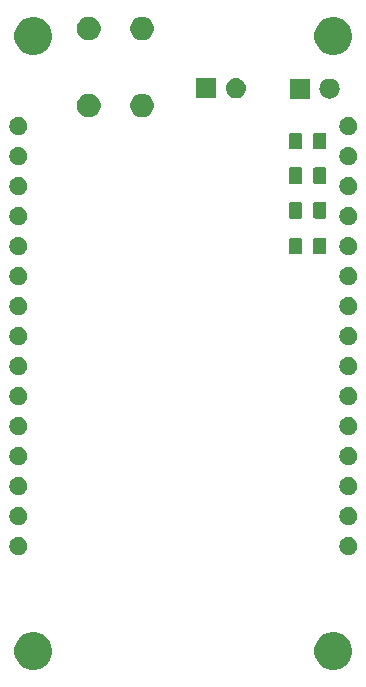
<source format=gbr>
G04 #@! TF.GenerationSoftware,KiCad,Pcbnew,(5.0.2)-1*
G04 #@! TF.CreationDate,2019-06-21T16:27:59+05:30*
G04 #@! TF.ProjectId,CapacityOfBattery,43617061-6369-4747-994f-664261747465,rev?*
G04 #@! TF.SameCoordinates,Original*
G04 #@! TF.FileFunction,Soldermask,Bot*
G04 #@! TF.FilePolarity,Negative*
%FSLAX46Y46*%
G04 Gerber Fmt 4.6, Leading zero omitted, Abs format (unit mm)*
G04 Created by KiCad (PCBNEW (5.0.2)-1) date 06/21/19 16:27:59*
%MOMM*%
%LPD*%
G01*
G04 APERTURE LIST*
%ADD10C,0.100000*%
G04 APERTURE END LIST*
D10*
G36*
X42006703Y-65771486D02*
X42297883Y-65892097D01*
X42559944Y-66067201D01*
X42782799Y-66290056D01*
X42957903Y-66552117D01*
X43078514Y-66843297D01*
X43140000Y-67152412D01*
X43140000Y-67467588D01*
X43078514Y-67776703D01*
X42957903Y-68067883D01*
X42782799Y-68329944D01*
X42559944Y-68552799D01*
X42297883Y-68727903D01*
X42006703Y-68848514D01*
X41697588Y-68910000D01*
X41382412Y-68910000D01*
X41073297Y-68848514D01*
X40782117Y-68727903D01*
X40520056Y-68552799D01*
X40297201Y-68329944D01*
X40122097Y-68067883D01*
X40001486Y-67776703D01*
X39940000Y-67467588D01*
X39940000Y-67152412D01*
X40001486Y-66843297D01*
X40122097Y-66552117D01*
X40297201Y-66290056D01*
X40520056Y-66067201D01*
X40782117Y-65892097D01*
X41073297Y-65771486D01*
X41382412Y-65710000D01*
X41697588Y-65710000D01*
X42006703Y-65771486D01*
X42006703Y-65771486D01*
G37*
G36*
X16606703Y-65771486D02*
X16897883Y-65892097D01*
X17159944Y-66067201D01*
X17382799Y-66290056D01*
X17557903Y-66552117D01*
X17678514Y-66843297D01*
X17740000Y-67152412D01*
X17740000Y-67467588D01*
X17678514Y-67776703D01*
X17557903Y-68067883D01*
X17382799Y-68329944D01*
X17159944Y-68552799D01*
X16897883Y-68727903D01*
X16606703Y-68848514D01*
X16297588Y-68910000D01*
X15982412Y-68910000D01*
X15673297Y-68848514D01*
X15382117Y-68727903D01*
X15120056Y-68552799D01*
X14897201Y-68329944D01*
X14722097Y-68067883D01*
X14601486Y-67776703D01*
X14540000Y-67467588D01*
X14540000Y-67152412D01*
X14601486Y-66843297D01*
X14722097Y-66552117D01*
X14897201Y-66290056D01*
X15120056Y-66067201D01*
X15382117Y-65892097D01*
X15673297Y-65771486D01*
X15982412Y-65710000D01*
X16297588Y-65710000D01*
X16606703Y-65771486D01*
X16606703Y-65771486D01*
G37*
G36*
X15043195Y-57677522D02*
X15092267Y-57687283D01*
X15230942Y-57744724D01*
X15355750Y-57828118D01*
X15461882Y-57934250D01*
X15545276Y-58059058D01*
X15602717Y-58197734D01*
X15632000Y-58344948D01*
X15632000Y-58495052D01*
X15602717Y-58642266D01*
X15545276Y-58780942D01*
X15461882Y-58905750D01*
X15355750Y-59011882D01*
X15355747Y-59011884D01*
X15230942Y-59095276D01*
X15092267Y-59152717D01*
X15043195Y-59162478D01*
X14945052Y-59182000D01*
X14794948Y-59182000D01*
X14696805Y-59162478D01*
X14647733Y-59152717D01*
X14509058Y-59095276D01*
X14384253Y-59011884D01*
X14384250Y-59011882D01*
X14278118Y-58905750D01*
X14194724Y-58780942D01*
X14137283Y-58642266D01*
X14108000Y-58495052D01*
X14108000Y-58344948D01*
X14137283Y-58197734D01*
X14194724Y-58059058D01*
X14278118Y-57934250D01*
X14384250Y-57828118D01*
X14509058Y-57744724D01*
X14647733Y-57687283D01*
X14696805Y-57677522D01*
X14794948Y-57658000D01*
X14945052Y-57658000D01*
X15043195Y-57677522D01*
X15043195Y-57677522D01*
G37*
G36*
X42983195Y-57677522D02*
X43032267Y-57687283D01*
X43170942Y-57744724D01*
X43295750Y-57828118D01*
X43401882Y-57934250D01*
X43485276Y-58059058D01*
X43542717Y-58197734D01*
X43572000Y-58344948D01*
X43572000Y-58495052D01*
X43542717Y-58642266D01*
X43485276Y-58780942D01*
X43401882Y-58905750D01*
X43295750Y-59011882D01*
X43295747Y-59011884D01*
X43170942Y-59095276D01*
X43032267Y-59152717D01*
X42983195Y-59162478D01*
X42885052Y-59182000D01*
X42734948Y-59182000D01*
X42636805Y-59162478D01*
X42587733Y-59152717D01*
X42449058Y-59095276D01*
X42324253Y-59011884D01*
X42324250Y-59011882D01*
X42218118Y-58905750D01*
X42134724Y-58780942D01*
X42077283Y-58642266D01*
X42048000Y-58495052D01*
X42048000Y-58344948D01*
X42077283Y-58197734D01*
X42134724Y-58059058D01*
X42218118Y-57934250D01*
X42324250Y-57828118D01*
X42449058Y-57744724D01*
X42587733Y-57687283D01*
X42636805Y-57677522D01*
X42734948Y-57658000D01*
X42885052Y-57658000D01*
X42983195Y-57677522D01*
X42983195Y-57677522D01*
G37*
G36*
X15043195Y-55137522D02*
X15092267Y-55147283D01*
X15230942Y-55204724D01*
X15355750Y-55288118D01*
X15461882Y-55394250D01*
X15545276Y-55519058D01*
X15602717Y-55657734D01*
X15632000Y-55804948D01*
X15632000Y-55955052D01*
X15602717Y-56102266D01*
X15545276Y-56240942D01*
X15461882Y-56365750D01*
X15355750Y-56471882D01*
X15355747Y-56471884D01*
X15230942Y-56555276D01*
X15092267Y-56612717D01*
X15043195Y-56622478D01*
X14945052Y-56642000D01*
X14794948Y-56642000D01*
X14696805Y-56622478D01*
X14647733Y-56612717D01*
X14509058Y-56555276D01*
X14384253Y-56471884D01*
X14384250Y-56471882D01*
X14278118Y-56365750D01*
X14194724Y-56240942D01*
X14137283Y-56102266D01*
X14108000Y-55955052D01*
X14108000Y-55804948D01*
X14137283Y-55657734D01*
X14194724Y-55519058D01*
X14278118Y-55394250D01*
X14384250Y-55288118D01*
X14509058Y-55204724D01*
X14647733Y-55147283D01*
X14696805Y-55137522D01*
X14794948Y-55118000D01*
X14945052Y-55118000D01*
X15043195Y-55137522D01*
X15043195Y-55137522D01*
G37*
G36*
X42983195Y-55137522D02*
X43032267Y-55147283D01*
X43170942Y-55204724D01*
X43295750Y-55288118D01*
X43401882Y-55394250D01*
X43485276Y-55519058D01*
X43542717Y-55657734D01*
X43572000Y-55804948D01*
X43572000Y-55955052D01*
X43542717Y-56102266D01*
X43485276Y-56240942D01*
X43401882Y-56365750D01*
X43295750Y-56471882D01*
X43295747Y-56471884D01*
X43170942Y-56555276D01*
X43032267Y-56612717D01*
X42983195Y-56622478D01*
X42885052Y-56642000D01*
X42734948Y-56642000D01*
X42636805Y-56622478D01*
X42587733Y-56612717D01*
X42449058Y-56555276D01*
X42324253Y-56471884D01*
X42324250Y-56471882D01*
X42218118Y-56365750D01*
X42134724Y-56240942D01*
X42077283Y-56102266D01*
X42048000Y-55955052D01*
X42048000Y-55804948D01*
X42077283Y-55657734D01*
X42134724Y-55519058D01*
X42218118Y-55394250D01*
X42324250Y-55288118D01*
X42449058Y-55204724D01*
X42587733Y-55147283D01*
X42636805Y-55137522D01*
X42734948Y-55118000D01*
X42885052Y-55118000D01*
X42983195Y-55137522D01*
X42983195Y-55137522D01*
G37*
G36*
X42983195Y-52597522D02*
X43032267Y-52607283D01*
X43170942Y-52664724D01*
X43295750Y-52748118D01*
X43401882Y-52854250D01*
X43485276Y-52979058D01*
X43542717Y-53117734D01*
X43572000Y-53264948D01*
X43572000Y-53415052D01*
X43542717Y-53562266D01*
X43485276Y-53700942D01*
X43401882Y-53825750D01*
X43295750Y-53931882D01*
X43295747Y-53931884D01*
X43170942Y-54015276D01*
X43032267Y-54072717D01*
X42983195Y-54082478D01*
X42885052Y-54102000D01*
X42734948Y-54102000D01*
X42636805Y-54082478D01*
X42587733Y-54072717D01*
X42449058Y-54015276D01*
X42324253Y-53931884D01*
X42324250Y-53931882D01*
X42218118Y-53825750D01*
X42134724Y-53700942D01*
X42077283Y-53562266D01*
X42048000Y-53415052D01*
X42048000Y-53264948D01*
X42077283Y-53117734D01*
X42134724Y-52979058D01*
X42218118Y-52854250D01*
X42324250Y-52748118D01*
X42449058Y-52664724D01*
X42587733Y-52607283D01*
X42636805Y-52597522D01*
X42734948Y-52578000D01*
X42885052Y-52578000D01*
X42983195Y-52597522D01*
X42983195Y-52597522D01*
G37*
G36*
X15043195Y-52597522D02*
X15092267Y-52607283D01*
X15230942Y-52664724D01*
X15355750Y-52748118D01*
X15461882Y-52854250D01*
X15545276Y-52979058D01*
X15602717Y-53117734D01*
X15632000Y-53264948D01*
X15632000Y-53415052D01*
X15602717Y-53562266D01*
X15545276Y-53700942D01*
X15461882Y-53825750D01*
X15355750Y-53931882D01*
X15355747Y-53931884D01*
X15230942Y-54015276D01*
X15092267Y-54072717D01*
X15043195Y-54082478D01*
X14945052Y-54102000D01*
X14794948Y-54102000D01*
X14696805Y-54082478D01*
X14647733Y-54072717D01*
X14509058Y-54015276D01*
X14384253Y-53931884D01*
X14384250Y-53931882D01*
X14278118Y-53825750D01*
X14194724Y-53700942D01*
X14137283Y-53562266D01*
X14108000Y-53415052D01*
X14108000Y-53264948D01*
X14137283Y-53117734D01*
X14194724Y-52979058D01*
X14278118Y-52854250D01*
X14384250Y-52748118D01*
X14509058Y-52664724D01*
X14647733Y-52607283D01*
X14696805Y-52597522D01*
X14794948Y-52578000D01*
X14945052Y-52578000D01*
X15043195Y-52597522D01*
X15043195Y-52597522D01*
G37*
G36*
X42983195Y-50057522D02*
X43032267Y-50067283D01*
X43170942Y-50124724D01*
X43295750Y-50208118D01*
X43401882Y-50314250D01*
X43485276Y-50439058D01*
X43542717Y-50577734D01*
X43572000Y-50724948D01*
X43572000Y-50875052D01*
X43542717Y-51022266D01*
X43485276Y-51160942D01*
X43401882Y-51285750D01*
X43295750Y-51391882D01*
X43295747Y-51391884D01*
X43170942Y-51475276D01*
X43032267Y-51532717D01*
X42983195Y-51542478D01*
X42885052Y-51562000D01*
X42734948Y-51562000D01*
X42636805Y-51542478D01*
X42587733Y-51532717D01*
X42449058Y-51475276D01*
X42324253Y-51391884D01*
X42324250Y-51391882D01*
X42218118Y-51285750D01*
X42134724Y-51160942D01*
X42077283Y-51022266D01*
X42048000Y-50875052D01*
X42048000Y-50724948D01*
X42077283Y-50577734D01*
X42134724Y-50439058D01*
X42218118Y-50314250D01*
X42324250Y-50208118D01*
X42449058Y-50124724D01*
X42587733Y-50067283D01*
X42636805Y-50057522D01*
X42734948Y-50038000D01*
X42885052Y-50038000D01*
X42983195Y-50057522D01*
X42983195Y-50057522D01*
G37*
G36*
X15043195Y-50057522D02*
X15092267Y-50067283D01*
X15230942Y-50124724D01*
X15355750Y-50208118D01*
X15461882Y-50314250D01*
X15545276Y-50439058D01*
X15602717Y-50577734D01*
X15632000Y-50724948D01*
X15632000Y-50875052D01*
X15602717Y-51022266D01*
X15545276Y-51160942D01*
X15461882Y-51285750D01*
X15355750Y-51391882D01*
X15355747Y-51391884D01*
X15230942Y-51475276D01*
X15092267Y-51532717D01*
X15043195Y-51542478D01*
X14945052Y-51562000D01*
X14794948Y-51562000D01*
X14696805Y-51542478D01*
X14647733Y-51532717D01*
X14509058Y-51475276D01*
X14384253Y-51391884D01*
X14384250Y-51391882D01*
X14278118Y-51285750D01*
X14194724Y-51160942D01*
X14137283Y-51022266D01*
X14108000Y-50875052D01*
X14108000Y-50724948D01*
X14137283Y-50577734D01*
X14194724Y-50439058D01*
X14278118Y-50314250D01*
X14384250Y-50208118D01*
X14509058Y-50124724D01*
X14647733Y-50067283D01*
X14696805Y-50057522D01*
X14794948Y-50038000D01*
X14945052Y-50038000D01*
X15043195Y-50057522D01*
X15043195Y-50057522D01*
G37*
G36*
X42983195Y-47517522D02*
X43032267Y-47527283D01*
X43170942Y-47584724D01*
X43295750Y-47668118D01*
X43401882Y-47774250D01*
X43485276Y-47899058D01*
X43542717Y-48037734D01*
X43572000Y-48184948D01*
X43572000Y-48335052D01*
X43542717Y-48482266D01*
X43485276Y-48620942D01*
X43401882Y-48745750D01*
X43295750Y-48851882D01*
X43295747Y-48851884D01*
X43170942Y-48935276D01*
X43032267Y-48992717D01*
X42983195Y-49002478D01*
X42885052Y-49022000D01*
X42734948Y-49022000D01*
X42636805Y-49002478D01*
X42587733Y-48992717D01*
X42449058Y-48935276D01*
X42324253Y-48851884D01*
X42324250Y-48851882D01*
X42218118Y-48745750D01*
X42134724Y-48620942D01*
X42077283Y-48482266D01*
X42048000Y-48335052D01*
X42048000Y-48184948D01*
X42077283Y-48037734D01*
X42134724Y-47899058D01*
X42218118Y-47774250D01*
X42324250Y-47668118D01*
X42449058Y-47584724D01*
X42587733Y-47527283D01*
X42636805Y-47517522D01*
X42734948Y-47498000D01*
X42885052Y-47498000D01*
X42983195Y-47517522D01*
X42983195Y-47517522D01*
G37*
G36*
X15043195Y-47517522D02*
X15092267Y-47527283D01*
X15230942Y-47584724D01*
X15355750Y-47668118D01*
X15461882Y-47774250D01*
X15545276Y-47899058D01*
X15602717Y-48037734D01*
X15632000Y-48184948D01*
X15632000Y-48335052D01*
X15602717Y-48482266D01*
X15545276Y-48620942D01*
X15461882Y-48745750D01*
X15355750Y-48851882D01*
X15355747Y-48851884D01*
X15230942Y-48935276D01*
X15092267Y-48992717D01*
X15043195Y-49002478D01*
X14945052Y-49022000D01*
X14794948Y-49022000D01*
X14696805Y-49002478D01*
X14647733Y-48992717D01*
X14509058Y-48935276D01*
X14384253Y-48851884D01*
X14384250Y-48851882D01*
X14278118Y-48745750D01*
X14194724Y-48620942D01*
X14137283Y-48482266D01*
X14108000Y-48335052D01*
X14108000Y-48184948D01*
X14137283Y-48037734D01*
X14194724Y-47899058D01*
X14278118Y-47774250D01*
X14384250Y-47668118D01*
X14509058Y-47584724D01*
X14647733Y-47527283D01*
X14696805Y-47517522D01*
X14794948Y-47498000D01*
X14945052Y-47498000D01*
X15043195Y-47517522D01*
X15043195Y-47517522D01*
G37*
G36*
X42983195Y-44977522D02*
X43032267Y-44987283D01*
X43170942Y-45044724D01*
X43295750Y-45128118D01*
X43401882Y-45234250D01*
X43485276Y-45359058D01*
X43542717Y-45497734D01*
X43572000Y-45644948D01*
X43572000Y-45795052D01*
X43542717Y-45942266D01*
X43485276Y-46080942D01*
X43401882Y-46205750D01*
X43295750Y-46311882D01*
X43295747Y-46311884D01*
X43170942Y-46395276D01*
X43032267Y-46452717D01*
X42983195Y-46462478D01*
X42885052Y-46482000D01*
X42734948Y-46482000D01*
X42636805Y-46462478D01*
X42587733Y-46452717D01*
X42449058Y-46395276D01*
X42324253Y-46311884D01*
X42324250Y-46311882D01*
X42218118Y-46205750D01*
X42134724Y-46080942D01*
X42077283Y-45942266D01*
X42048000Y-45795052D01*
X42048000Y-45644948D01*
X42077283Y-45497734D01*
X42134724Y-45359058D01*
X42218118Y-45234250D01*
X42324250Y-45128118D01*
X42449058Y-45044724D01*
X42587733Y-44987283D01*
X42636805Y-44977522D01*
X42734948Y-44958000D01*
X42885052Y-44958000D01*
X42983195Y-44977522D01*
X42983195Y-44977522D01*
G37*
G36*
X15043195Y-44977522D02*
X15092267Y-44987283D01*
X15230942Y-45044724D01*
X15355750Y-45128118D01*
X15461882Y-45234250D01*
X15545276Y-45359058D01*
X15602717Y-45497734D01*
X15632000Y-45644948D01*
X15632000Y-45795052D01*
X15602717Y-45942266D01*
X15545276Y-46080942D01*
X15461882Y-46205750D01*
X15355750Y-46311882D01*
X15355747Y-46311884D01*
X15230942Y-46395276D01*
X15092267Y-46452717D01*
X15043195Y-46462478D01*
X14945052Y-46482000D01*
X14794948Y-46482000D01*
X14696805Y-46462478D01*
X14647733Y-46452717D01*
X14509058Y-46395276D01*
X14384253Y-46311884D01*
X14384250Y-46311882D01*
X14278118Y-46205750D01*
X14194724Y-46080942D01*
X14137283Y-45942266D01*
X14108000Y-45795052D01*
X14108000Y-45644948D01*
X14137283Y-45497734D01*
X14194724Y-45359058D01*
X14278118Y-45234250D01*
X14384250Y-45128118D01*
X14509058Y-45044724D01*
X14647733Y-44987283D01*
X14696805Y-44977522D01*
X14794948Y-44958000D01*
X14945052Y-44958000D01*
X15043195Y-44977522D01*
X15043195Y-44977522D01*
G37*
G36*
X15043195Y-42437522D02*
X15092267Y-42447283D01*
X15230942Y-42504724D01*
X15355750Y-42588118D01*
X15461882Y-42694250D01*
X15545276Y-42819058D01*
X15602717Y-42957734D01*
X15632000Y-43104948D01*
X15632000Y-43255052D01*
X15602717Y-43402266D01*
X15545276Y-43540942D01*
X15461882Y-43665750D01*
X15355750Y-43771882D01*
X15355747Y-43771884D01*
X15230942Y-43855276D01*
X15092267Y-43912717D01*
X15043195Y-43922478D01*
X14945052Y-43942000D01*
X14794948Y-43942000D01*
X14696805Y-43922478D01*
X14647733Y-43912717D01*
X14509058Y-43855276D01*
X14384253Y-43771884D01*
X14384250Y-43771882D01*
X14278118Y-43665750D01*
X14194724Y-43540942D01*
X14137283Y-43402266D01*
X14108000Y-43255052D01*
X14108000Y-43104948D01*
X14137283Y-42957734D01*
X14194724Y-42819058D01*
X14278118Y-42694250D01*
X14384250Y-42588118D01*
X14509058Y-42504724D01*
X14647733Y-42447283D01*
X14696805Y-42437522D01*
X14794948Y-42418000D01*
X14945052Y-42418000D01*
X15043195Y-42437522D01*
X15043195Y-42437522D01*
G37*
G36*
X42983195Y-42437522D02*
X43032267Y-42447283D01*
X43170942Y-42504724D01*
X43295750Y-42588118D01*
X43401882Y-42694250D01*
X43485276Y-42819058D01*
X43542717Y-42957734D01*
X43572000Y-43104948D01*
X43572000Y-43255052D01*
X43542717Y-43402266D01*
X43485276Y-43540942D01*
X43401882Y-43665750D01*
X43295750Y-43771882D01*
X43295747Y-43771884D01*
X43170942Y-43855276D01*
X43032267Y-43912717D01*
X42983195Y-43922478D01*
X42885052Y-43942000D01*
X42734948Y-43942000D01*
X42636805Y-43922478D01*
X42587733Y-43912717D01*
X42449058Y-43855276D01*
X42324253Y-43771884D01*
X42324250Y-43771882D01*
X42218118Y-43665750D01*
X42134724Y-43540942D01*
X42077283Y-43402266D01*
X42048000Y-43255052D01*
X42048000Y-43104948D01*
X42077283Y-42957734D01*
X42134724Y-42819058D01*
X42218118Y-42694250D01*
X42324250Y-42588118D01*
X42449058Y-42504724D01*
X42587733Y-42447283D01*
X42636805Y-42437522D01*
X42734948Y-42418000D01*
X42885052Y-42418000D01*
X42983195Y-42437522D01*
X42983195Y-42437522D01*
G37*
G36*
X15043195Y-39897522D02*
X15092267Y-39907283D01*
X15230942Y-39964724D01*
X15355750Y-40048118D01*
X15461882Y-40154250D01*
X15545276Y-40279058D01*
X15602717Y-40417734D01*
X15632000Y-40564948D01*
X15632000Y-40715052D01*
X15602717Y-40862266D01*
X15545276Y-41000942D01*
X15461882Y-41125750D01*
X15355750Y-41231882D01*
X15355747Y-41231884D01*
X15230942Y-41315276D01*
X15092267Y-41372717D01*
X15043195Y-41382478D01*
X14945052Y-41402000D01*
X14794948Y-41402000D01*
X14696805Y-41382478D01*
X14647733Y-41372717D01*
X14509058Y-41315276D01*
X14384253Y-41231884D01*
X14384250Y-41231882D01*
X14278118Y-41125750D01*
X14194724Y-41000942D01*
X14137283Y-40862266D01*
X14108000Y-40715052D01*
X14108000Y-40564948D01*
X14137283Y-40417734D01*
X14194724Y-40279058D01*
X14278118Y-40154250D01*
X14384250Y-40048118D01*
X14509058Y-39964724D01*
X14647733Y-39907283D01*
X14696805Y-39897522D01*
X14794948Y-39878000D01*
X14945052Y-39878000D01*
X15043195Y-39897522D01*
X15043195Y-39897522D01*
G37*
G36*
X42983195Y-39897522D02*
X43032267Y-39907283D01*
X43170942Y-39964724D01*
X43295750Y-40048118D01*
X43401882Y-40154250D01*
X43485276Y-40279058D01*
X43542717Y-40417734D01*
X43572000Y-40564948D01*
X43572000Y-40715052D01*
X43542717Y-40862266D01*
X43485276Y-41000942D01*
X43401882Y-41125750D01*
X43295750Y-41231882D01*
X43295747Y-41231884D01*
X43170942Y-41315276D01*
X43032267Y-41372717D01*
X42983195Y-41382478D01*
X42885052Y-41402000D01*
X42734948Y-41402000D01*
X42636805Y-41382478D01*
X42587733Y-41372717D01*
X42449058Y-41315276D01*
X42324253Y-41231884D01*
X42324250Y-41231882D01*
X42218118Y-41125750D01*
X42134724Y-41000942D01*
X42077283Y-40862266D01*
X42048000Y-40715052D01*
X42048000Y-40564948D01*
X42077283Y-40417734D01*
X42134724Y-40279058D01*
X42218118Y-40154250D01*
X42324250Y-40048118D01*
X42449058Y-39964724D01*
X42587733Y-39907283D01*
X42636805Y-39897522D01*
X42734948Y-39878000D01*
X42885052Y-39878000D01*
X42983195Y-39897522D01*
X42983195Y-39897522D01*
G37*
G36*
X42983195Y-37357522D02*
X43032267Y-37367283D01*
X43170942Y-37424724D01*
X43295750Y-37508118D01*
X43401882Y-37614250D01*
X43485276Y-37739058D01*
X43542717Y-37877734D01*
X43572000Y-38024948D01*
X43572000Y-38175052D01*
X43542717Y-38322266D01*
X43485276Y-38460942D01*
X43401882Y-38585750D01*
X43295750Y-38691882D01*
X43295747Y-38691884D01*
X43170942Y-38775276D01*
X43032267Y-38832717D01*
X42983195Y-38842478D01*
X42885052Y-38862000D01*
X42734948Y-38862000D01*
X42636805Y-38842478D01*
X42587733Y-38832717D01*
X42449058Y-38775276D01*
X42324253Y-38691884D01*
X42324250Y-38691882D01*
X42218118Y-38585750D01*
X42134724Y-38460942D01*
X42077283Y-38322266D01*
X42048000Y-38175052D01*
X42048000Y-38024948D01*
X42077283Y-37877734D01*
X42134724Y-37739058D01*
X42218118Y-37614250D01*
X42324250Y-37508118D01*
X42449058Y-37424724D01*
X42587733Y-37367283D01*
X42636805Y-37357522D01*
X42734948Y-37338000D01*
X42885052Y-37338000D01*
X42983195Y-37357522D01*
X42983195Y-37357522D01*
G37*
G36*
X15043195Y-37357522D02*
X15092267Y-37367283D01*
X15230942Y-37424724D01*
X15355750Y-37508118D01*
X15461882Y-37614250D01*
X15545276Y-37739058D01*
X15602717Y-37877734D01*
X15632000Y-38024948D01*
X15632000Y-38175052D01*
X15602717Y-38322266D01*
X15545276Y-38460942D01*
X15461882Y-38585750D01*
X15355750Y-38691882D01*
X15355747Y-38691884D01*
X15230942Y-38775276D01*
X15092267Y-38832717D01*
X15043195Y-38842478D01*
X14945052Y-38862000D01*
X14794948Y-38862000D01*
X14696805Y-38842478D01*
X14647733Y-38832717D01*
X14509058Y-38775276D01*
X14384253Y-38691884D01*
X14384250Y-38691882D01*
X14278118Y-38585750D01*
X14194724Y-38460942D01*
X14137283Y-38322266D01*
X14108000Y-38175052D01*
X14108000Y-38024948D01*
X14137283Y-37877734D01*
X14194724Y-37739058D01*
X14278118Y-37614250D01*
X14384250Y-37508118D01*
X14509058Y-37424724D01*
X14647733Y-37367283D01*
X14696805Y-37357522D01*
X14794948Y-37338000D01*
X14945052Y-37338000D01*
X15043195Y-37357522D01*
X15043195Y-37357522D01*
G37*
G36*
X15043195Y-34817522D02*
X15092267Y-34827283D01*
X15230942Y-34884724D01*
X15355750Y-34968118D01*
X15461882Y-35074250D01*
X15545276Y-35199058D01*
X15602717Y-35337734D01*
X15632000Y-35484948D01*
X15632000Y-35635052D01*
X15602717Y-35782266D01*
X15545276Y-35920942D01*
X15461882Y-36045750D01*
X15355750Y-36151882D01*
X15355747Y-36151884D01*
X15230942Y-36235276D01*
X15092267Y-36292717D01*
X15043195Y-36302478D01*
X14945052Y-36322000D01*
X14794948Y-36322000D01*
X14696805Y-36302478D01*
X14647733Y-36292717D01*
X14509058Y-36235276D01*
X14384253Y-36151884D01*
X14384250Y-36151882D01*
X14278118Y-36045750D01*
X14194724Y-35920942D01*
X14137283Y-35782266D01*
X14108000Y-35635052D01*
X14108000Y-35484948D01*
X14137283Y-35337734D01*
X14194724Y-35199058D01*
X14278118Y-35074250D01*
X14384250Y-34968118D01*
X14509058Y-34884724D01*
X14647733Y-34827283D01*
X14696805Y-34817522D01*
X14794948Y-34798000D01*
X14945052Y-34798000D01*
X15043195Y-34817522D01*
X15043195Y-34817522D01*
G37*
G36*
X42983195Y-34817522D02*
X43032267Y-34827283D01*
X43170942Y-34884724D01*
X43295750Y-34968118D01*
X43401882Y-35074250D01*
X43485276Y-35199058D01*
X43542717Y-35337734D01*
X43572000Y-35484948D01*
X43572000Y-35635052D01*
X43542717Y-35782266D01*
X43485276Y-35920942D01*
X43401882Y-36045750D01*
X43295750Y-36151882D01*
X43295747Y-36151884D01*
X43170942Y-36235276D01*
X43032267Y-36292717D01*
X42983195Y-36302478D01*
X42885052Y-36322000D01*
X42734948Y-36322000D01*
X42636805Y-36302478D01*
X42587733Y-36292717D01*
X42449058Y-36235276D01*
X42324253Y-36151884D01*
X42324250Y-36151882D01*
X42218118Y-36045750D01*
X42134724Y-35920942D01*
X42077283Y-35782266D01*
X42048000Y-35635052D01*
X42048000Y-35484948D01*
X42077283Y-35337734D01*
X42134724Y-35199058D01*
X42218118Y-35074250D01*
X42324250Y-34968118D01*
X42449058Y-34884724D01*
X42587733Y-34827283D01*
X42636805Y-34817522D01*
X42734948Y-34798000D01*
X42885052Y-34798000D01*
X42983195Y-34817522D01*
X42983195Y-34817522D01*
G37*
G36*
X15043195Y-32277522D02*
X15092267Y-32287283D01*
X15205561Y-32334211D01*
X15230942Y-32344724D01*
X15355750Y-32428118D01*
X15461882Y-32534250D01*
X15545276Y-32659058D01*
X15602717Y-32797734D01*
X15632000Y-32944948D01*
X15632000Y-33095052D01*
X15602717Y-33242266D01*
X15545276Y-33380942D01*
X15461882Y-33505750D01*
X15355750Y-33611882D01*
X15355747Y-33611884D01*
X15230942Y-33695276D01*
X15092267Y-33752717D01*
X15043195Y-33762478D01*
X14945052Y-33782000D01*
X14794948Y-33782000D01*
X14696805Y-33762478D01*
X14647733Y-33752717D01*
X14509058Y-33695276D01*
X14384253Y-33611884D01*
X14384250Y-33611882D01*
X14278118Y-33505750D01*
X14194724Y-33380942D01*
X14137283Y-33242266D01*
X14108000Y-33095052D01*
X14108000Y-32944948D01*
X14137283Y-32797734D01*
X14194724Y-32659058D01*
X14278118Y-32534250D01*
X14384250Y-32428118D01*
X14509058Y-32344724D01*
X14534439Y-32334211D01*
X14647733Y-32287283D01*
X14696805Y-32277522D01*
X14794948Y-32258000D01*
X14945052Y-32258000D01*
X15043195Y-32277522D01*
X15043195Y-32277522D01*
G37*
G36*
X42983195Y-32277522D02*
X43032267Y-32287283D01*
X43145561Y-32334211D01*
X43170942Y-32344724D01*
X43295750Y-32428118D01*
X43401882Y-32534250D01*
X43485276Y-32659058D01*
X43542717Y-32797734D01*
X43572000Y-32944948D01*
X43572000Y-33095052D01*
X43542717Y-33242266D01*
X43485276Y-33380942D01*
X43401882Y-33505750D01*
X43295750Y-33611882D01*
X43295747Y-33611884D01*
X43170942Y-33695276D01*
X43032267Y-33752717D01*
X42983195Y-33762478D01*
X42885052Y-33782000D01*
X42734948Y-33782000D01*
X42636805Y-33762478D01*
X42587733Y-33752717D01*
X42449058Y-33695276D01*
X42324253Y-33611884D01*
X42324250Y-33611882D01*
X42218118Y-33505750D01*
X42134724Y-33380942D01*
X42077283Y-33242266D01*
X42048000Y-33095052D01*
X42048000Y-32944948D01*
X42077283Y-32797734D01*
X42134724Y-32659058D01*
X42218118Y-32534250D01*
X42324250Y-32428118D01*
X42449058Y-32344724D01*
X42474439Y-32334211D01*
X42587733Y-32287283D01*
X42636805Y-32277522D01*
X42734948Y-32258000D01*
X42885052Y-32258000D01*
X42983195Y-32277522D01*
X42983195Y-32277522D01*
G37*
G36*
X40815522Y-32324039D02*
X40849053Y-32334211D01*
X40879960Y-32350731D01*
X40907043Y-32372957D01*
X40929269Y-32400040D01*
X40945789Y-32430947D01*
X40955961Y-32464478D01*
X40960000Y-32505487D01*
X40960000Y-33534513D01*
X40955961Y-33575522D01*
X40945789Y-33609053D01*
X40929269Y-33639960D01*
X40907043Y-33667043D01*
X40879960Y-33689269D01*
X40849053Y-33705789D01*
X40815522Y-33715961D01*
X40774513Y-33720000D01*
X39995487Y-33720000D01*
X39954478Y-33715961D01*
X39920947Y-33705789D01*
X39890040Y-33689269D01*
X39862957Y-33667043D01*
X39840731Y-33639960D01*
X39824211Y-33609053D01*
X39814039Y-33575522D01*
X39810000Y-33534513D01*
X39810000Y-32505487D01*
X39814039Y-32464478D01*
X39824211Y-32430947D01*
X39840731Y-32400040D01*
X39862957Y-32372957D01*
X39890040Y-32350731D01*
X39920947Y-32334211D01*
X39954478Y-32324039D01*
X39995487Y-32320000D01*
X40774513Y-32320000D01*
X40815522Y-32324039D01*
X40815522Y-32324039D01*
G37*
G36*
X38765522Y-32324039D02*
X38799053Y-32334211D01*
X38829960Y-32350731D01*
X38857043Y-32372957D01*
X38879269Y-32400040D01*
X38895789Y-32430947D01*
X38905961Y-32464478D01*
X38910000Y-32505487D01*
X38910000Y-33534513D01*
X38905961Y-33575522D01*
X38895789Y-33609053D01*
X38879269Y-33639960D01*
X38857043Y-33667043D01*
X38829960Y-33689269D01*
X38799053Y-33705789D01*
X38765522Y-33715961D01*
X38724513Y-33720000D01*
X37945487Y-33720000D01*
X37904478Y-33715961D01*
X37870947Y-33705789D01*
X37840040Y-33689269D01*
X37812957Y-33667043D01*
X37790731Y-33639960D01*
X37774211Y-33609053D01*
X37764039Y-33575522D01*
X37760000Y-33534513D01*
X37760000Y-32505487D01*
X37764039Y-32464478D01*
X37774211Y-32430947D01*
X37790731Y-32400040D01*
X37812957Y-32372957D01*
X37840040Y-32350731D01*
X37870947Y-32334211D01*
X37904478Y-32324039D01*
X37945487Y-32320000D01*
X38724513Y-32320000D01*
X38765522Y-32324039D01*
X38765522Y-32324039D01*
G37*
G36*
X15043195Y-29737522D02*
X15092267Y-29747283D01*
X15230942Y-29804724D01*
X15355750Y-29888118D01*
X15461882Y-29994250D01*
X15545276Y-30119058D01*
X15602717Y-30257734D01*
X15632000Y-30404948D01*
X15632000Y-30555052D01*
X15602717Y-30702266D01*
X15545276Y-30840942D01*
X15461882Y-30965750D01*
X15355750Y-31071882D01*
X15355747Y-31071884D01*
X15230942Y-31155276D01*
X15092267Y-31212717D01*
X15043195Y-31222478D01*
X14945052Y-31242000D01*
X14794948Y-31242000D01*
X14696805Y-31222478D01*
X14647733Y-31212717D01*
X14509058Y-31155276D01*
X14384253Y-31071884D01*
X14384250Y-31071882D01*
X14278118Y-30965750D01*
X14194724Y-30840942D01*
X14137283Y-30702266D01*
X14108000Y-30555052D01*
X14108000Y-30404948D01*
X14137283Y-30257734D01*
X14194724Y-30119058D01*
X14278118Y-29994250D01*
X14384250Y-29888118D01*
X14509058Y-29804724D01*
X14647733Y-29747283D01*
X14696805Y-29737522D01*
X14794948Y-29718000D01*
X14945052Y-29718000D01*
X15043195Y-29737522D01*
X15043195Y-29737522D01*
G37*
G36*
X42983195Y-29737522D02*
X43032267Y-29747283D01*
X43170942Y-29804724D01*
X43295750Y-29888118D01*
X43401882Y-29994250D01*
X43485276Y-30119058D01*
X43542717Y-30257734D01*
X43572000Y-30404948D01*
X43572000Y-30555052D01*
X43542717Y-30702266D01*
X43485276Y-30840942D01*
X43401882Y-30965750D01*
X43295750Y-31071882D01*
X43295747Y-31071884D01*
X43170942Y-31155276D01*
X43032267Y-31212717D01*
X42983195Y-31222478D01*
X42885052Y-31242000D01*
X42734948Y-31242000D01*
X42636805Y-31222478D01*
X42587733Y-31212717D01*
X42449058Y-31155276D01*
X42324253Y-31071884D01*
X42324250Y-31071882D01*
X42218118Y-30965750D01*
X42134724Y-30840942D01*
X42077283Y-30702266D01*
X42048000Y-30555052D01*
X42048000Y-30404948D01*
X42077283Y-30257734D01*
X42134724Y-30119058D01*
X42218118Y-29994250D01*
X42324250Y-29888118D01*
X42449058Y-29804724D01*
X42587733Y-29747283D01*
X42636805Y-29737522D01*
X42734948Y-29718000D01*
X42885052Y-29718000D01*
X42983195Y-29737522D01*
X42983195Y-29737522D01*
G37*
G36*
X40815522Y-29286039D02*
X40849053Y-29296211D01*
X40879960Y-29312731D01*
X40907043Y-29334957D01*
X40929269Y-29362040D01*
X40945789Y-29392947D01*
X40955961Y-29426478D01*
X40960000Y-29467487D01*
X40960000Y-30496513D01*
X40955961Y-30537522D01*
X40945789Y-30571053D01*
X40929269Y-30601960D01*
X40907043Y-30629043D01*
X40879960Y-30651269D01*
X40849053Y-30667789D01*
X40815522Y-30677961D01*
X40774513Y-30682000D01*
X39995487Y-30682000D01*
X39954478Y-30677961D01*
X39920947Y-30667789D01*
X39890040Y-30651269D01*
X39862957Y-30629043D01*
X39840731Y-30601960D01*
X39824211Y-30571053D01*
X39814039Y-30537522D01*
X39810000Y-30496513D01*
X39810000Y-29467487D01*
X39814039Y-29426478D01*
X39824211Y-29392947D01*
X39840731Y-29362040D01*
X39862957Y-29334957D01*
X39890040Y-29312731D01*
X39920947Y-29296211D01*
X39954478Y-29286039D01*
X39995487Y-29282000D01*
X40774513Y-29282000D01*
X40815522Y-29286039D01*
X40815522Y-29286039D01*
G37*
G36*
X38765522Y-29286039D02*
X38799053Y-29296211D01*
X38829960Y-29312731D01*
X38857043Y-29334957D01*
X38879269Y-29362040D01*
X38895789Y-29392947D01*
X38905961Y-29426478D01*
X38910000Y-29467487D01*
X38910000Y-30496513D01*
X38905961Y-30537522D01*
X38895789Y-30571053D01*
X38879269Y-30601960D01*
X38857043Y-30629043D01*
X38829960Y-30651269D01*
X38799053Y-30667789D01*
X38765522Y-30677961D01*
X38724513Y-30682000D01*
X37945487Y-30682000D01*
X37904478Y-30677961D01*
X37870947Y-30667789D01*
X37840040Y-30651269D01*
X37812957Y-30629043D01*
X37790731Y-30601960D01*
X37774211Y-30571053D01*
X37764039Y-30537522D01*
X37760000Y-30496513D01*
X37760000Y-29467487D01*
X37764039Y-29426478D01*
X37774211Y-29392947D01*
X37790731Y-29362040D01*
X37812957Y-29334957D01*
X37840040Y-29312731D01*
X37870947Y-29296211D01*
X37904478Y-29286039D01*
X37945487Y-29282000D01*
X38724513Y-29282000D01*
X38765522Y-29286039D01*
X38765522Y-29286039D01*
G37*
G36*
X42983195Y-27197522D02*
X43032267Y-27207283D01*
X43170942Y-27264724D01*
X43295750Y-27348118D01*
X43401882Y-27454250D01*
X43401884Y-27454253D01*
X43485276Y-27579058D01*
X43526167Y-27677777D01*
X43542717Y-27717734D01*
X43572000Y-27864948D01*
X43572000Y-28015052D01*
X43542717Y-28162266D01*
X43485276Y-28300942D01*
X43401882Y-28425750D01*
X43295750Y-28531882D01*
X43295747Y-28531884D01*
X43170942Y-28615276D01*
X43032267Y-28672717D01*
X42983195Y-28682478D01*
X42885052Y-28702000D01*
X42734948Y-28702000D01*
X42636805Y-28682478D01*
X42587733Y-28672717D01*
X42449058Y-28615276D01*
X42324253Y-28531884D01*
X42324250Y-28531882D01*
X42218118Y-28425750D01*
X42134724Y-28300942D01*
X42077283Y-28162266D01*
X42048000Y-28015052D01*
X42048000Y-27864948D01*
X42077283Y-27717734D01*
X42093834Y-27677777D01*
X42134724Y-27579058D01*
X42218116Y-27454253D01*
X42218118Y-27454250D01*
X42324250Y-27348118D01*
X42449058Y-27264724D01*
X42587733Y-27207283D01*
X42636805Y-27197522D01*
X42734948Y-27178000D01*
X42885052Y-27178000D01*
X42983195Y-27197522D01*
X42983195Y-27197522D01*
G37*
G36*
X15043195Y-27197522D02*
X15092267Y-27207283D01*
X15230942Y-27264724D01*
X15355750Y-27348118D01*
X15461882Y-27454250D01*
X15461884Y-27454253D01*
X15545276Y-27579058D01*
X15586167Y-27677777D01*
X15602717Y-27717734D01*
X15632000Y-27864948D01*
X15632000Y-28015052D01*
X15602717Y-28162266D01*
X15545276Y-28300942D01*
X15461882Y-28425750D01*
X15355750Y-28531882D01*
X15355747Y-28531884D01*
X15230942Y-28615276D01*
X15092267Y-28672717D01*
X15043195Y-28682478D01*
X14945052Y-28702000D01*
X14794948Y-28702000D01*
X14696805Y-28682478D01*
X14647733Y-28672717D01*
X14509058Y-28615276D01*
X14384253Y-28531884D01*
X14384250Y-28531882D01*
X14278118Y-28425750D01*
X14194724Y-28300942D01*
X14137283Y-28162266D01*
X14108000Y-28015052D01*
X14108000Y-27864948D01*
X14137283Y-27717734D01*
X14153834Y-27677777D01*
X14194724Y-27579058D01*
X14278116Y-27454253D01*
X14278118Y-27454250D01*
X14384250Y-27348118D01*
X14509058Y-27264724D01*
X14647733Y-27207283D01*
X14696805Y-27197522D01*
X14794948Y-27178000D01*
X14945052Y-27178000D01*
X15043195Y-27197522D01*
X15043195Y-27197522D01*
G37*
G36*
X38765522Y-26355039D02*
X38799053Y-26365211D01*
X38829960Y-26381731D01*
X38857043Y-26403957D01*
X38879269Y-26431040D01*
X38895789Y-26461947D01*
X38905961Y-26495478D01*
X38910000Y-26536487D01*
X38910000Y-27565513D01*
X38905961Y-27606522D01*
X38895789Y-27640053D01*
X38879269Y-27670960D01*
X38857043Y-27698043D01*
X38829960Y-27720269D01*
X38799053Y-27736789D01*
X38765522Y-27746961D01*
X38724513Y-27751000D01*
X37945487Y-27751000D01*
X37904478Y-27746961D01*
X37870947Y-27736789D01*
X37840040Y-27720269D01*
X37812957Y-27698043D01*
X37790731Y-27670960D01*
X37774211Y-27640053D01*
X37764039Y-27606522D01*
X37760000Y-27565513D01*
X37760000Y-26536487D01*
X37764039Y-26495478D01*
X37774211Y-26461947D01*
X37790731Y-26431040D01*
X37812957Y-26403957D01*
X37840040Y-26381731D01*
X37870947Y-26365211D01*
X37904478Y-26355039D01*
X37945487Y-26351000D01*
X38724513Y-26351000D01*
X38765522Y-26355039D01*
X38765522Y-26355039D01*
G37*
G36*
X40815522Y-26355039D02*
X40849053Y-26365211D01*
X40879960Y-26381731D01*
X40907043Y-26403957D01*
X40929269Y-26431040D01*
X40945789Y-26461947D01*
X40955961Y-26495478D01*
X40960000Y-26536487D01*
X40960000Y-27565513D01*
X40955961Y-27606522D01*
X40945789Y-27640053D01*
X40929269Y-27670960D01*
X40907043Y-27698043D01*
X40879960Y-27720269D01*
X40849053Y-27736789D01*
X40815522Y-27746961D01*
X40774513Y-27751000D01*
X39995487Y-27751000D01*
X39954478Y-27746961D01*
X39920947Y-27736789D01*
X39890040Y-27720269D01*
X39862957Y-27698043D01*
X39840731Y-27670960D01*
X39824211Y-27640053D01*
X39814039Y-27606522D01*
X39810000Y-27565513D01*
X39810000Y-26536487D01*
X39814039Y-26495478D01*
X39824211Y-26461947D01*
X39840731Y-26431040D01*
X39862957Y-26403957D01*
X39890040Y-26381731D01*
X39920947Y-26365211D01*
X39954478Y-26355039D01*
X39995487Y-26351000D01*
X40774513Y-26351000D01*
X40815522Y-26355039D01*
X40815522Y-26355039D01*
G37*
G36*
X15043195Y-24657522D02*
X15092267Y-24667283D01*
X15216865Y-24718893D01*
X15230942Y-24724724D01*
X15355750Y-24808118D01*
X15461882Y-24914250D01*
X15545276Y-25039058D01*
X15602717Y-25177734D01*
X15632000Y-25324948D01*
X15632000Y-25475052D01*
X15602717Y-25622266D01*
X15545276Y-25760942D01*
X15461882Y-25885750D01*
X15355750Y-25991882D01*
X15355747Y-25991884D01*
X15230942Y-26075276D01*
X15092267Y-26132717D01*
X15043195Y-26142478D01*
X14945052Y-26162000D01*
X14794948Y-26162000D01*
X14696805Y-26142478D01*
X14647733Y-26132717D01*
X14509058Y-26075276D01*
X14384253Y-25991884D01*
X14384250Y-25991882D01*
X14278118Y-25885750D01*
X14194724Y-25760942D01*
X14137283Y-25622266D01*
X14108000Y-25475052D01*
X14108000Y-25324948D01*
X14137283Y-25177734D01*
X14194724Y-25039058D01*
X14278118Y-24914250D01*
X14384250Y-24808118D01*
X14509058Y-24724724D01*
X14523135Y-24718893D01*
X14647733Y-24667283D01*
X14696805Y-24657522D01*
X14794948Y-24638000D01*
X14945052Y-24638000D01*
X15043195Y-24657522D01*
X15043195Y-24657522D01*
G37*
G36*
X42983195Y-24657522D02*
X43032267Y-24667283D01*
X43156865Y-24718893D01*
X43170942Y-24724724D01*
X43295750Y-24808118D01*
X43401882Y-24914250D01*
X43485276Y-25039058D01*
X43542717Y-25177734D01*
X43572000Y-25324948D01*
X43572000Y-25475052D01*
X43542717Y-25622266D01*
X43485276Y-25760942D01*
X43401882Y-25885750D01*
X43295750Y-25991882D01*
X43295747Y-25991884D01*
X43170942Y-26075276D01*
X43032267Y-26132717D01*
X42983195Y-26142478D01*
X42885052Y-26162000D01*
X42734948Y-26162000D01*
X42636805Y-26142478D01*
X42587733Y-26132717D01*
X42449058Y-26075276D01*
X42324253Y-25991884D01*
X42324250Y-25991882D01*
X42218118Y-25885750D01*
X42134724Y-25760942D01*
X42077283Y-25622266D01*
X42048000Y-25475052D01*
X42048000Y-25324948D01*
X42077283Y-25177734D01*
X42134724Y-25039058D01*
X42218118Y-24914250D01*
X42324250Y-24808118D01*
X42449058Y-24724724D01*
X42463135Y-24718893D01*
X42587733Y-24667283D01*
X42636805Y-24657522D01*
X42734948Y-24638000D01*
X42885052Y-24638000D01*
X42983195Y-24657522D01*
X42983195Y-24657522D01*
G37*
G36*
X38765522Y-23434039D02*
X38799053Y-23444211D01*
X38829960Y-23460731D01*
X38857043Y-23482957D01*
X38879269Y-23510040D01*
X38895789Y-23540947D01*
X38905961Y-23574478D01*
X38910000Y-23615487D01*
X38910000Y-24644513D01*
X38905961Y-24685522D01*
X38895789Y-24719053D01*
X38879269Y-24749960D01*
X38857043Y-24777043D01*
X38829960Y-24799269D01*
X38799053Y-24815789D01*
X38765522Y-24825961D01*
X38724513Y-24830000D01*
X37945487Y-24830000D01*
X37904478Y-24825961D01*
X37870947Y-24815789D01*
X37840040Y-24799269D01*
X37812957Y-24777043D01*
X37790731Y-24749960D01*
X37774211Y-24719053D01*
X37764039Y-24685522D01*
X37760000Y-24644513D01*
X37760000Y-23615487D01*
X37764039Y-23574478D01*
X37774211Y-23540947D01*
X37790731Y-23510040D01*
X37812957Y-23482957D01*
X37840040Y-23460731D01*
X37870947Y-23444211D01*
X37904478Y-23434039D01*
X37945487Y-23430000D01*
X38724513Y-23430000D01*
X38765522Y-23434039D01*
X38765522Y-23434039D01*
G37*
G36*
X40815522Y-23434039D02*
X40849053Y-23444211D01*
X40879960Y-23460731D01*
X40907043Y-23482957D01*
X40929269Y-23510040D01*
X40945789Y-23540947D01*
X40955961Y-23574478D01*
X40960000Y-23615487D01*
X40960000Y-24644513D01*
X40955961Y-24685522D01*
X40945789Y-24719053D01*
X40929269Y-24749960D01*
X40907043Y-24777043D01*
X40879960Y-24799269D01*
X40849053Y-24815789D01*
X40815522Y-24825961D01*
X40774513Y-24830000D01*
X39995487Y-24830000D01*
X39954478Y-24825961D01*
X39920947Y-24815789D01*
X39890040Y-24799269D01*
X39862957Y-24777043D01*
X39840731Y-24749960D01*
X39824211Y-24719053D01*
X39814039Y-24685522D01*
X39810000Y-24644513D01*
X39810000Y-23615487D01*
X39814039Y-23574478D01*
X39824211Y-23540947D01*
X39840731Y-23510040D01*
X39862957Y-23482957D01*
X39890040Y-23460731D01*
X39920947Y-23444211D01*
X39954478Y-23434039D01*
X39995487Y-23430000D01*
X40774513Y-23430000D01*
X40815522Y-23434039D01*
X40815522Y-23434039D01*
G37*
G36*
X42983195Y-22117522D02*
X43032267Y-22127283D01*
X43170942Y-22184724D01*
X43295750Y-22268118D01*
X43401882Y-22374250D01*
X43485276Y-22499058D01*
X43542717Y-22637734D01*
X43572000Y-22784948D01*
X43572000Y-22935052D01*
X43542717Y-23082266D01*
X43485276Y-23220942D01*
X43401882Y-23345750D01*
X43295750Y-23451882D01*
X43295747Y-23451884D01*
X43170942Y-23535276D01*
X43032267Y-23592717D01*
X42983195Y-23602478D01*
X42885052Y-23622000D01*
X42734948Y-23622000D01*
X42636805Y-23602478D01*
X42587733Y-23592717D01*
X42449058Y-23535276D01*
X42324253Y-23451884D01*
X42324250Y-23451882D01*
X42218118Y-23345750D01*
X42134724Y-23220942D01*
X42077283Y-23082266D01*
X42048000Y-22935052D01*
X42048000Y-22784948D01*
X42077283Y-22637734D01*
X42134724Y-22499058D01*
X42218118Y-22374250D01*
X42324250Y-22268118D01*
X42449058Y-22184724D01*
X42587733Y-22127283D01*
X42636805Y-22117522D01*
X42734948Y-22098000D01*
X42885052Y-22098000D01*
X42983195Y-22117522D01*
X42983195Y-22117522D01*
G37*
G36*
X15043195Y-22117522D02*
X15092267Y-22127283D01*
X15230942Y-22184724D01*
X15355750Y-22268118D01*
X15461882Y-22374250D01*
X15545276Y-22499058D01*
X15602717Y-22637734D01*
X15632000Y-22784948D01*
X15632000Y-22935052D01*
X15602717Y-23082266D01*
X15545276Y-23220942D01*
X15461882Y-23345750D01*
X15355750Y-23451882D01*
X15355747Y-23451884D01*
X15230942Y-23535276D01*
X15092267Y-23592717D01*
X15043195Y-23602478D01*
X14945052Y-23622000D01*
X14794948Y-23622000D01*
X14696805Y-23602478D01*
X14647733Y-23592717D01*
X14509058Y-23535276D01*
X14384253Y-23451884D01*
X14384250Y-23451882D01*
X14278118Y-23345750D01*
X14194724Y-23220942D01*
X14137283Y-23082266D01*
X14108000Y-22935052D01*
X14108000Y-22784948D01*
X14137283Y-22637734D01*
X14194724Y-22499058D01*
X14278118Y-22374250D01*
X14384250Y-22268118D01*
X14509058Y-22184724D01*
X14647733Y-22127283D01*
X14696805Y-22117522D01*
X14794948Y-22098000D01*
X14945052Y-22098000D01*
X15043195Y-22117522D01*
X15043195Y-22117522D01*
G37*
G36*
X25515770Y-20115372D02*
X25631689Y-20138429D01*
X25813678Y-20213811D01*
X25977463Y-20323249D01*
X26116751Y-20462537D01*
X26226189Y-20626322D01*
X26301571Y-20808311D01*
X26340000Y-21001509D01*
X26340000Y-21198491D01*
X26301571Y-21391689D01*
X26226189Y-21573678D01*
X26116751Y-21737463D01*
X25977463Y-21876751D01*
X25813678Y-21986189D01*
X25631689Y-22061571D01*
X25515770Y-22084628D01*
X25438493Y-22100000D01*
X25241507Y-22100000D01*
X25164230Y-22084628D01*
X25048311Y-22061571D01*
X24866322Y-21986189D01*
X24702537Y-21876751D01*
X24563249Y-21737463D01*
X24453811Y-21573678D01*
X24378429Y-21391689D01*
X24340000Y-21198491D01*
X24340000Y-21001509D01*
X24378429Y-20808311D01*
X24453811Y-20626322D01*
X24563249Y-20462537D01*
X24702537Y-20323249D01*
X24866322Y-20213811D01*
X25048311Y-20138429D01*
X25164230Y-20115372D01*
X25241507Y-20100000D01*
X25438493Y-20100000D01*
X25515770Y-20115372D01*
X25515770Y-20115372D01*
G37*
G36*
X21015770Y-20115372D02*
X21131689Y-20138429D01*
X21313678Y-20213811D01*
X21477463Y-20323249D01*
X21616751Y-20462537D01*
X21726189Y-20626322D01*
X21801571Y-20808311D01*
X21840000Y-21001509D01*
X21840000Y-21198491D01*
X21801571Y-21391689D01*
X21726189Y-21573678D01*
X21616751Y-21737463D01*
X21477463Y-21876751D01*
X21313678Y-21986189D01*
X21131689Y-22061571D01*
X21015770Y-22084628D01*
X20938493Y-22100000D01*
X20741507Y-22100000D01*
X20664230Y-22084628D01*
X20548311Y-22061571D01*
X20366322Y-21986189D01*
X20202537Y-21876751D01*
X20063249Y-21737463D01*
X19953811Y-21573678D01*
X19878429Y-21391689D01*
X19840000Y-21198491D01*
X19840000Y-21001509D01*
X19878429Y-20808311D01*
X19953811Y-20626322D01*
X20063249Y-20462537D01*
X20202537Y-20323249D01*
X20366322Y-20213811D01*
X20548311Y-20138429D01*
X20664230Y-20115372D01*
X20741507Y-20100000D01*
X20938493Y-20100000D01*
X21015770Y-20115372D01*
X21015770Y-20115372D01*
G37*
G36*
X39530000Y-20530000D02*
X37830000Y-20530000D01*
X37830000Y-18830000D01*
X39530000Y-18830000D01*
X39530000Y-20530000D01*
X39530000Y-20530000D01*
G37*
G36*
X41386630Y-18842299D02*
X41546855Y-18890903D01*
X41694520Y-18969831D01*
X41823949Y-19076051D01*
X41930169Y-19205480D01*
X42009097Y-19353145D01*
X42057701Y-19513370D01*
X42074112Y-19680000D01*
X42057701Y-19846630D01*
X42009097Y-20006855D01*
X41930169Y-20154520D01*
X41823949Y-20283949D01*
X41694520Y-20390169D01*
X41546855Y-20469097D01*
X41386630Y-20517701D01*
X41261752Y-20530000D01*
X41178248Y-20530000D01*
X41053370Y-20517701D01*
X40893145Y-20469097D01*
X40745480Y-20390169D01*
X40616051Y-20283949D01*
X40509831Y-20154520D01*
X40430903Y-20006855D01*
X40382299Y-19846630D01*
X40365888Y-19680000D01*
X40382299Y-19513370D01*
X40430903Y-19353145D01*
X40509831Y-19205480D01*
X40616051Y-19076051D01*
X40745480Y-18969831D01*
X40893145Y-18890903D01*
X41053370Y-18842299D01*
X41178248Y-18830000D01*
X41261752Y-18830000D01*
X41386630Y-18842299D01*
X41386630Y-18842299D01*
G37*
G36*
X31600000Y-20500000D02*
X29900000Y-20500000D01*
X29900000Y-18800000D01*
X31600000Y-18800000D01*
X31600000Y-20500000D01*
X31600000Y-20500000D01*
G37*
G36*
X33456630Y-18812299D02*
X33616855Y-18860903D01*
X33764520Y-18939831D01*
X33893949Y-19046051D01*
X34000169Y-19175480D01*
X34079097Y-19323145D01*
X34127701Y-19483370D01*
X34144112Y-19650000D01*
X34127701Y-19816630D01*
X34079097Y-19976855D01*
X34000169Y-20124520D01*
X33893949Y-20253949D01*
X33764520Y-20360169D01*
X33616855Y-20439097D01*
X33456630Y-20487701D01*
X33331752Y-20500000D01*
X33248248Y-20500000D01*
X33123370Y-20487701D01*
X32963145Y-20439097D01*
X32815480Y-20360169D01*
X32686051Y-20253949D01*
X32579831Y-20124520D01*
X32500903Y-19976855D01*
X32452299Y-19816630D01*
X32435888Y-19650000D01*
X32452299Y-19483370D01*
X32500903Y-19323145D01*
X32579831Y-19175480D01*
X32686051Y-19046051D01*
X32815480Y-18939831D01*
X32963145Y-18860903D01*
X33123370Y-18812299D01*
X33248248Y-18800000D01*
X33331752Y-18800000D01*
X33456630Y-18812299D01*
X33456630Y-18812299D01*
G37*
G36*
X42006703Y-13701486D02*
X42297883Y-13822097D01*
X42559944Y-13997201D01*
X42782799Y-14220056D01*
X42957903Y-14482117D01*
X43078514Y-14773297D01*
X43140000Y-15082412D01*
X43140000Y-15397588D01*
X43078514Y-15706703D01*
X42957903Y-15997883D01*
X42782799Y-16259944D01*
X42559944Y-16482799D01*
X42297883Y-16657903D01*
X42006703Y-16778514D01*
X41697588Y-16840000D01*
X41382412Y-16840000D01*
X41073297Y-16778514D01*
X40782117Y-16657903D01*
X40520056Y-16482799D01*
X40297201Y-16259944D01*
X40122097Y-15997883D01*
X40001486Y-15706703D01*
X39940000Y-15397588D01*
X39940000Y-15082412D01*
X40001486Y-14773297D01*
X40122097Y-14482117D01*
X40297201Y-14220056D01*
X40520056Y-13997201D01*
X40782117Y-13822097D01*
X41073297Y-13701486D01*
X41382412Y-13640000D01*
X41697588Y-13640000D01*
X42006703Y-13701486D01*
X42006703Y-13701486D01*
G37*
G36*
X16606703Y-13701486D02*
X16897883Y-13822097D01*
X17159944Y-13997201D01*
X17382799Y-14220056D01*
X17557903Y-14482117D01*
X17678514Y-14773297D01*
X17740000Y-15082412D01*
X17740000Y-15397588D01*
X17678514Y-15706703D01*
X17557903Y-15997883D01*
X17382799Y-16259944D01*
X17159944Y-16482799D01*
X16897883Y-16657903D01*
X16606703Y-16778514D01*
X16297588Y-16840000D01*
X15982412Y-16840000D01*
X15673297Y-16778514D01*
X15382117Y-16657903D01*
X15120056Y-16482799D01*
X14897201Y-16259944D01*
X14722097Y-15997883D01*
X14601486Y-15706703D01*
X14540000Y-15397588D01*
X14540000Y-15082412D01*
X14601486Y-14773297D01*
X14722097Y-14482117D01*
X14897201Y-14220056D01*
X15120056Y-13997201D01*
X15382117Y-13822097D01*
X15673297Y-13701486D01*
X15982412Y-13640000D01*
X16297588Y-13640000D01*
X16606703Y-13701486D01*
X16606703Y-13701486D01*
G37*
G36*
X21015770Y-13615372D02*
X21131689Y-13638429D01*
X21313678Y-13713811D01*
X21477463Y-13823249D01*
X21616751Y-13962537D01*
X21726189Y-14126322D01*
X21801571Y-14308311D01*
X21840000Y-14501509D01*
X21840000Y-14698491D01*
X21801571Y-14891689D01*
X21726189Y-15073678D01*
X21616751Y-15237463D01*
X21477463Y-15376751D01*
X21313678Y-15486189D01*
X21131689Y-15561571D01*
X21015770Y-15584628D01*
X20938493Y-15600000D01*
X20741507Y-15600000D01*
X20664230Y-15584628D01*
X20548311Y-15561571D01*
X20366322Y-15486189D01*
X20202537Y-15376751D01*
X20063249Y-15237463D01*
X19953811Y-15073678D01*
X19878429Y-14891689D01*
X19840000Y-14698491D01*
X19840000Y-14501509D01*
X19878429Y-14308311D01*
X19953811Y-14126322D01*
X20063249Y-13962537D01*
X20202537Y-13823249D01*
X20366322Y-13713811D01*
X20548311Y-13638429D01*
X20664230Y-13615372D01*
X20741507Y-13600000D01*
X20938493Y-13600000D01*
X21015770Y-13615372D01*
X21015770Y-13615372D01*
G37*
G36*
X25515770Y-13615372D02*
X25631689Y-13638429D01*
X25813678Y-13713811D01*
X25977463Y-13823249D01*
X26116751Y-13962537D01*
X26226189Y-14126322D01*
X26301571Y-14308311D01*
X26340000Y-14501509D01*
X26340000Y-14698491D01*
X26301571Y-14891689D01*
X26226189Y-15073678D01*
X26116751Y-15237463D01*
X25977463Y-15376751D01*
X25813678Y-15486189D01*
X25631689Y-15561571D01*
X25515770Y-15584628D01*
X25438493Y-15600000D01*
X25241507Y-15600000D01*
X25164230Y-15584628D01*
X25048311Y-15561571D01*
X24866322Y-15486189D01*
X24702537Y-15376751D01*
X24563249Y-15237463D01*
X24453811Y-15073678D01*
X24378429Y-14891689D01*
X24340000Y-14698491D01*
X24340000Y-14501509D01*
X24378429Y-14308311D01*
X24453811Y-14126322D01*
X24563249Y-13962537D01*
X24702537Y-13823249D01*
X24866322Y-13713811D01*
X25048311Y-13638429D01*
X25164230Y-13615372D01*
X25241507Y-13600000D01*
X25438493Y-13600000D01*
X25515770Y-13615372D01*
X25515770Y-13615372D01*
G37*
M02*

</source>
